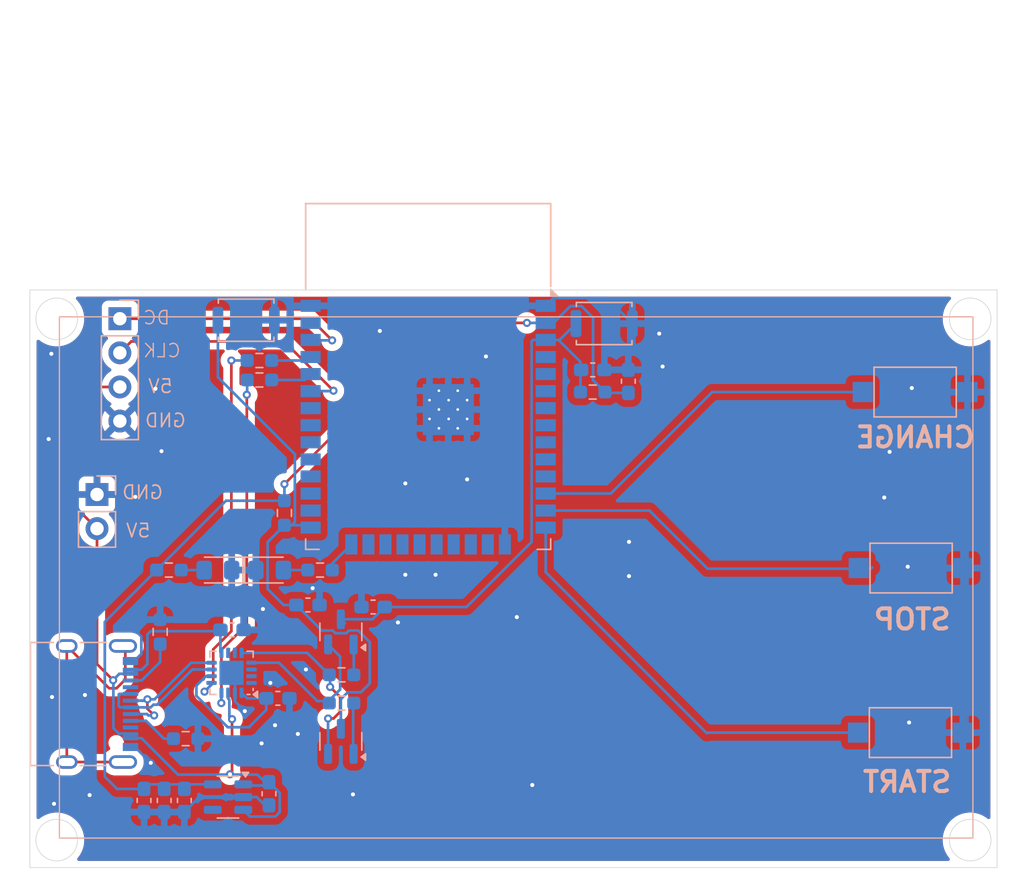
<source format=kicad_pcb>
(kicad_pcb (version 20241229) (generator "pcbnew") (generator_version "9.0")
  (layers (0 "F.Cu" signal) (2 "B.Cu" signal) (13 "F.Paste" user) (15 "B.Paste" user) (5 "F.SilkS" user "F.Silkscreen") (7 "B.SilkS" user "B.Silkscreen") (1 "F.Mask" user) (3 "B.Mask" user) (25 "Edge.Cuts" user))
  (net 0 "")
  (net 1 "GND")
  (net 2 "/VDD33")
  (net 3 "/VDD5V")
  (net 4 "/3V3")
  (net 5 "/#EN")
  (net 6 "/IO0")
  (net 7 "Net-(D5-A)")
  (net 8 "Net-(D6-A)")
  (net 9 "/IO22")
  (net 10 "/IO21")
  (net 11 "unconnected-(J4-SHIELD-PadS1)")
  (net 12 "/DP-C")
  (net 14 "Net-(J4-CC1)")
  (net 16 "/DM-C")
  (net 17 "Net-(J4-CC2)")
  (net 18 "/RTS")
  (net 19 "Net-(Q2-B)")
  (net 20 "Net-(Q3-B)")
  (net 21 "/DTR")
  (net 22 "/IO2")
  (net 23 "Net-(U2-TXD)")
  (net 24 "/RX")
  (net 25 "/TX")
  (net 26 "Net-(U2-RXD)")
  (net 27 "/IO12")
  (net 28 "/IO27")
  (net 29 "/IO14")
  (net 30 "/IO16")
  (net 32 "/IO34")
  (net 33 "/SVP")
  (net 35 "/IO26")
  (net 36 "/IO18")
  (net 37 "/IO19")
  (net 38 "/IO17")
  (net 40 "/IO33")
  (net 41 "/IO13")
  (net 42 "/IO32")
  (net 44 "/IO25")
  (net 45 "/IO4")
  (net 47 "/IO15")
  (net 48 "/IO23")
  (net 49 "/IO5")
  (net 50 "/IO35")
  (net 52 "/SVN")
  (footprint "LED_SMD:LED_0805_2012Metric_Pad1.15x1.40mm_HandSolder" (layer "B.Cu") (at 62.35 45.1)
    (property "Reference" "D6" (hide yes))
    (property "Value" "LED")
  )
  (footprint "Package_TO_SOT_SMD:SOT-23" (layer "B.Cu") (at 67.65 49.7 90)
    (property "Reference" "Q2" (hide yes))
    (property "Value" "SS8050")
  )
  (footprint "Connector_USB:USB_C_Receptacle_XKB_U262-16XN-4BVC11" (layer "B.Cu") (at 48.325 55.07 90)
    (property "Reference" "J4" (hide yes))
    (property "Value" "USB_C_Receptacle_USB2.0_16P")
  )
  (footprint "Capacitor_SMD:C_0603_1608Metric_Pad1.08x0.95mm_HandSolder" (layer "B.Cu") (at 65.2 47.7)
    (property "Reference" "C19" (hide yes))
    (property "Value" "4.7uF")
  )
  (footprint "Resistor_SMD:R_0603_1608Metric_Pad0.98x0.95mm_HandSolder" (layer "B.Cu") (at 63.45 40.85 -90)
    (property "Reference" "R4" (hide yes))
    (property "Value" "10K")
  )
  (footprint "Capacitor_SMD:C_0603_1608Metric_Pad1.08x0.95mm_HandSolder" (layer "B.Cu") (at 62.3 61.75 90)
    (property "Reference" "C4" (hide yes))
    (property "Value" "10uF")
  )
  (footprint "Button_Switch_SMD:SW_SPST_CK_RS282G05A3" (layer "B.Cu") (at 110.4 31.85)
    (property "Reference" "SW2" (hide yes))
    (property "Value" "SW_Push")
  )
  (footprint "Capacitor_SMD:C_0603_1608Metric_Pad1.08x0.95mm_HandSolder" (layer "B.Cu") (at 54.5 62.25 90)
    (property "Reference" "C2" (hide yes))
    (property "Value" "0.1")
  )
  (footprint "Package_TO_SOT_SMD:SOT-23" (layer "B.Cu") (at 67.65 57.85 90)
    (property "Reference" "Q3" (hide yes))
    (property "Value" "SS8050")
  )
  (footprint "Connector_PinHeader_2.54mm:PinHeader_1x02_P2.54mm_Vertical" (layer "B.Cu") (at 49.5 39.475 180)
    (property "Reference" "J2" (hide yes))
    (property "Value" "Conn_01x02_Pin")
  )
  (footprint "Button_Switch_SMD:SW_Push_SPST_NO_Alps_SKRK" (layer "B.Cu") (at 87.25 26.75)
    (property "Reference" "SW3" (hide yes))
    (property "Value" "SW_Push")
  )
  (footprint "Resistor_SMD:R_0603_1608Metric_Pad0.98x0.95mm_HandSolder" (layer "B.Cu") (at 54.85 45.1)
    (property "Reference" "R2" (hide yes))
    (property "Value" "2.2k")
  )
  (footprint "Resistor_SMD:R_0603_1608Metric_Pad0.98x0.95mm_HandSolder" (layer "B.Cu") (at 86.4 31.85 180)
    (property "Reference" "R3" (hide yes))
    (property "Value" "10K")
  )
  (footprint "Capacitor_SMD:C_0603_1608Metric_Pad1.08x0.95mm_HandSolder" (layer "B.Cu") (at 70.05 47.85 180)
    (property "Reference" "C17" (hide yes))
    (property "Value" "4.7uf")
  )
  (footprint "LED_SMD:LED_0805_2012Metric_Pad1.15x1.40mm_HandSolder" (layer "B.Cu") (at 58.5 45.1 180)
    (property "Reference" "D5" (hide yes))
    (property "Value" "LED")
  )
  (footprint "Connector_PinHeader_2.54mm:PinHeader_1x04_P2.54mm_Vertical" (layer "B.Cu") (at 51.2 26.39 180)
    (property "Reference" "J1" (hide yes))
    (property "Value" "Conn_01x04_Pin")
  )
  (footprint "Resistor_SMD:R_0603_1608Metric_Pad0.98x0.95mm_HandSolder" (layer "B.Cu") (at 54.2 49.7 -90)
    (property "Reference" "R16" (hide yes))
    (property "Value" "5.1K")
  )
  (footprint "Button_Switch_SMD:SW_SPST_CK_RS282G05A3" (layer "B.Cu") (at 110.1 44.95)
    (property "Reference" "SW5" (hide yes))
    (property "Value" "SW_Push")
  )
  (footprint "Resistor_SMD:R_0603_1608Metric_Pad0.98x0.95mm_HandSolder" (layer "B.Cu") (at 56.1 57.65 180)
    (property "Reference" "R17" (hide yes))
    (property "Value" "5.1K")
  )
  (footprint "Capacitor_SMD:C_0603_1608Metric_Pad1.08x0.95mm_HandSolder" (layer "B.Cu") (at 62.9625 54.65)
    (property "Reference" "C15" (hide yes))
    (property "Value" "1uF")
  )
  (footprint "RF_Module:ESP32-WROOM-32D" (layer "B.Cu") (at 74.15 33.68 180)
    (property "Reference" "U1" (hide yes))
    (property "Value" "ESP32-WROOM-32E")
  )
  (footprint "Resistor_SMD:R_0603_1608Metric_Pad0.98x0.95mm_HandSolder" (layer "B.Cu") (at 61.5875 29.5)
    (property "Reference" "R15" (hide yes))
    (property "Value" "0R")
  )
  (footprint "Resistor_SMD:R_0603_1608Metric_Pad0.98x0.95mm_HandSolder" (layer "B.Cu") (at 66.1 45.1 180)
    (property "Reference" "R1" (hide yes))
    (property "Value" "1k")
  )
  (footprint "Package_DFN_QFN:WCH_QFN-16-1EP_3x3mm_P0.5mm_EP1.8x1.8mm" (layer "B.Cu") (at 59.5125 52.75 90)
    (property "Reference" "U2" (hide yes))
    (property "Value" "CH343P")
  )
  (footprint "Capacitor_SMD:C_0603_1608Metric_Pad1.08x0.95mm_HandSolder" (layer "B.Cu") (at 89.05 31.05 -90)
    (property "Reference" "C22" (hide yes))
    (property "Value" "47uF")
  )
  (footprint "Resistor_SMD:R_0603_1608Metric_Pad0.98x0.95mm_HandSolder" (layer "B.Cu") (at 67.7 55 180)
    (property "Reference" "R14" (hide yes))
    (property "Value" "10K")
  )
  (footprint "Package_TO_SOT_SMD:SOT-23-5" (layer "B.Cu") (at 59.25 62 180)
    (property "Reference" "U4" (hide yes))
    (property "Value" "ME6217C33M5G")
  )
  (footprint "Capacitor_SMD:C_0603_1608Metric_Pad1.08x0.95mm_HandSolder" (layer "B.Cu") (at 53 62.25 90)
    (property "Reference" "C23" (hide yes))
    (property "Value" "10uF")
  )
  (footprint "Button_Switch_SMD:SW_Push_SPST_NO_Alps_SKRK" (layer "B.Cu") (at 60.6 26.5)
    (property "Reference" "SW4" (hide yes))
    (property "Value" "SW_Push")
  )
  (footprint "Resistor_SMD:R_0603_1608Metric_Pad0.98x0.95mm_HandSolder" (layer "B.Cu") (at 67.7 52.9 180)
    (property "Reference" "R13" (hide yes))
    (property "Value" "10K")
  )
  (footprint "Button_Switch_SMD:SW_SPST_CK_RS282G05A3" (layer "B.Cu") (at 110.05 57.2)
    (property "Reference" "SW1" (hide yes))
    (property "Value" "SW_Push")
  )
  (footprint "Capacitor_SMD:C_0603_1608Metric_Pad1.08x0.95mm_HandSolder" (layer "B.Cu") (at 86.4 30.2 180)
    (property "Reference" "C18" (hide yes))
    (property "Value" "104")
  )
  (footprint "Capacitor_SMD:C_0603_1608Metric_Pad1.08x0.95mm_HandSolder" (layer "B.Cu") (at 59.55 49.55)
    (property "Reference" "C14" (hide yes))
    (property "Value" "10uF")
  )
  (footprint "Resistor_SMD:R_0603_1608Metric_Pad0.98x0.95mm_HandSolder" (layer "B.Cu") (at 61.5875 30.95)
    (property "Reference" "R12" (hide yes))
    (property "Value" "0R")
  )
  (footprint "Capacitor_SMD:C_0603_1608Metric_Pad1.08x0.95mm_HandSolder" (layer "B.Cu") (at 56 62.25 90)
    (property "Reference" "C1" (hide yes))
    (property "Value" "0.1")
  )
  (gr_rect (start 46.7 26.25) (end 114.7 65.05) (stroke (width 0.1)) (fill no) (layer "B.SilkS"))
  (gr_circle (center 114.5 65.2) (end 116.05 65.2) (stroke (width 0.05)) (fill no) (layer "Edge.Cuts"))
  (gr_circle (center 114.5 26.4) (end 116.05 26.4) (stroke (width 0.05)) (fill no) (layer "Edge.Cuts"))
  (gr_circle (center 46.5 26.4) (end 48.05 26.4) (stroke (width 0.05)) (fill no) (layer "Edge.Cuts"))
  (gr_circle (center 46.5 65.2) (end 48.05 65.2) (stroke (width 0.05)) (fill no) (layer "Edge.Cuts"))
  (gr_rect (start 44.5 24.25) (end 116.5 67.25) (stroke (width 0.05)) (fill no) (layer "Edge.Cuts"))
  (gr_text "CLK" (at 55.8 29.35 0) (layer "B.SilkS") (effects (font (size 1 1) (thickness 0.1)) (justify left bottom mirror)))
  (gr_text "GND\n" (at 54.5 39.9 0) (layer "B.SilkS") (effects (font (size 1 1) (thickness 0.125)) (justify left bottom mirror)))
  (gr_text "GND\n" (at 56.2 34.55 0) (layer "B.SilkS") (effects (font (size 1 1) (thickness 0.125)) (justify left bottom mirror)))
  (gr_text "CHANGE" (at 115 36.1 0) (layer "B.SilkS") (effects (font (size 1.5 1.5) (thickness 0.3) (bold yes)) (justify left bottom mirror)))
  (gr_text "5V" (at 55.2 32 0) (layer "B.SilkS") (effects (font (size 1 1) (thickness 0.125)) (justify left bottom mirror)))
  (gr_text "START" (at 113.25 61.75 0) (layer "B.SilkS") (effects (font (size 1.5 1.5) (thickness 0.3) (bold yes)) (justify left bottom mirror)))
  (gr_text "STOP" (at 113.2 49.65 0) (layer "B.SilkS") (effects (font (size 1.5 1.5) (thickness 0.3) (bold yes)) (justify left bottom mirror)))
  (gr_text "DC" (at 55 26.9 0) (layer "B.SilkS") (effects (font (size 1 1) (thickness 0.1)) (justify left bottom mirror)))
  (gr_text "5V" (at 53.55 42.75 0) (layer "B.SilkS") (effects (font (size 1 1) (thickness 0.125)) (justify left bottom mirror)))
  (via (at 46.1 29) (size 0.6) (drill 0.3) (layers "F.Cu" "B.Cu") (net 1))
  (via (at 72.45 45.45) (size 0.6) (drill 0.3) (layers "F.Cu" "B.Cu") (net 1))
  (via (at 89.1 45.55) (size 0.6) (drill 0.3) (layers "F.Cu" "B.Cu") (net 1))
  (via (at 48.6 54.4) (size 0.6) (drill 0.3) (layers "F.Cu" "B.Cu") (net 1))
  (via (at 110.15 31.55) (size 0.6) (drill 0.3) (layers "F.Cu" "B.Cu") (net 1))
  (via (at 72.45 38.65) (size 0.6) (drill 0.3) (layers "F.Cu" "B.Cu") (net 1))
  (via (at 61.75 58) (size 0.6) (drill 0.3) (layers "F.Cu" "B.Cu") (net 1))
  (via (at 71.9 49) (size 0.6) (drill 0.3) (layers "F.Cu" "B.Cu") (net 1))
  (via (at 46.15 54.55) (size 0.6) (drill 0.3) (layers "F.Cu" "B.Cu") (net 1))
  (via (at 61.85 48) (size 0.6) (drill 0.3) (layers "F.Cu" "B.Cu") (net 1))
  (via (at 108.5 36.3) (size 0.6) (drill 0.3) (layers "F.Cu" "B.Cu") (net 1))
  (via (at 74.7 45.45) (size 0.6) (drill 0.3) (layers "F.Cu" "B.Cu") (net 1))
  (via (at 108.1 39.7) (size 0.6) (drill 0.3) (layers "F.Cu" "B.Cu") (net 1))
  (via (at 68.55 61.8) (size 0.6) (drill 0.3) (layers "F.Cu" "B.Cu") (net 1))
  (via (at 45.9 35.35) (size 0.6) (drill 0.3) (layers "F.Cu" "B.Cu") (net 1))
  (via (at 62.75 56.65) (size 0.6) (drill 0.3) (layers "F.Cu" "B.Cu") (net 1))
  (via (at 60.5 55.6) (size 0.6) (drill 0.3) (layers "F.Cu" "B.Cu") (net 1))
  (via (at 78.45 29.2) (size 0.6) (drill 0.3) (layers "F.Cu" "B.Cu") (net 1))
  (via (at 48.95 61.85) (size 0.6) (drill 0.3) (layers "F.Cu" "B.Cu") (net 1))
  (via (at 65.55 46.45) (size 0.6) (drill 0.3) (layers "F.Cu" "B.Cu") (net 1))
  (via (at 70.55 27.3) (size 0.6) (drill 0.3) (layers "F.Cu" "B.Cu") (net 1))
  (via (at 52.35 39.65) (size 0.6) (drill 0.3) (layers "F.Cu" "B.Cu") (net 1))
  (via (at 46.3 62.5) (size 0.6) (drill 0.3) (layers "F.Cu" "B.Cu") (net 1))
  (via (at 109.85 44.85) (size 0.6) (drill 0.3) (layers "F.Cu" "B.Cu") (net 1))
  (via (at 64.45 57.3) (size 0.6) (drill 0.3) (layers "F.Cu" "B.Cu") (net 1))
  (via (at 53.85 31.6) (size 0.6) (drill 0.3) (layers "F.Cu" "B.Cu") (net 1))
  (via (at 54.3 36.25) (size 0.6) (drill 0.3) (layers "F.Cu" "B.Cu") (net 1))
  (via (at 91.6 29.95) (size 0.6) (drill 0.3) (layers "F.Cu" "B.Cu") (net 1))
  (via (at 62.4 53.5) (size 0.6) (drill 0.3) (layers "F.Cu" "B.Cu") (net 1))
  (via (at 65.05 52.5) (size 0.6) (drill 0.3) (layers "F.Cu" "B.Cu") (net 1))
  (via (at 81.9 61.1) (size 0.6) (drill 0.3) (layers "F.Cu" "B.Cu") (net 1))
  (via (at 89.1 43) (size 0.6) (drill 0.3) (layers "F.Cu" "B.Cu") (net 1))
  (via (at 77.05 38.35) (size 0.6) (drill 0.3) (layers "F.Cu" "B.Cu") (net 1))
  (via (at 80.75 48.6) (size 0.6) (drill 0.3) (layers "F.Cu" "B.Cu") (net 1))
  (via (at 53.5 59.45) (size 0.6) (drill 0.3) (layers "F.Cu" "B.Cu") (net 1))
  (via (at 109.95 56.45) (size 0.6) (drill 0.3) (layers "F.Cu" "B.Cu") (net 1))
  (via (at 91.35 27.5) (size 0.6) (drill 0.3) (layers "F.Cu" "B.Cu") (net 1))
  (segment (start 57.1125 62) (end 60.3875 62) (width 0.2) (layer "B.Cu") (net 1))
  (segment (start 56 63.1125) (end 57.1125 62) (width 0.2) (layer "B.Cu") (net 1))
  (segment (start 52.42 51.72) (end 52.8 51.34) (width 0.2) (layer "B.Cu") (net 1))
  (segment (start 113.95 57.5) (end 114.25 57.8) (width 0.2) (layer "B.Cu") (net 1))
  (segment (start 53 63.1125) (end 56 63.1125) (width 0.2) (layer "B.Cu") (net 1))
  (segment (start 114.3 57.75) (end 114.3 31.85) (width 0.2) (layer "B.Cu") (net 1))
  (segment (start 51.995 51.72) (end 52.42 51.72) (width 0.2) (layer "B.Cu") (net 1))
  (segment (start 83.479 24.851) (end 82.9 25.43) (width 0.2) (layer "B.Cu") (net 1))
  (segment (start 89.05 27.05) (end 89.35 26.75) (width 0.2) (layer "B.Cu") (net 1))
  (segment (start 113.95 57.2) (end 113.95 57.5) (width 0.2) (layer "B.Cu") (net 1))
  (segment (start 59.7625 54.8625) (end 60.5 55.6) (width 0.2) (layer "B.Cu") (net 1))
  (segment (start 87.451 24.851) (end 83.479 24.851) (width 0.2) (layer "B.Cu") (net 1))
  (segment (start 52.8 51.34) (end 52.8 50.05) (width 0.2) (layer "B.Cu") (net 1))
  (segment (start 52.8 50.05) (end 52.5 49.75) (width 0.2) (layer "B.Cu") (net 1))
  (segment (start 87.2625 30.2) (end 89.0375 30.2) (width 0.2) (layer "B.Cu") (net 1))
  (segment (start 61.325 45.1) (end 59.525 45.1) (width 0.2) (layer "B.Cu") (net 1))
  (segment (start 89.05 30.1875) (end 89.05 27.05) (width 0.2) (layer "B.Cu") (net 1))
  (segment (start 89.0375 30.2) (end 89.05 30.1875) (width 0.2) (layer "B.Cu") (net 1))
  (segment (start 60.3875 62) (end 61.3875 62) (width 0.2) (layer "B.Cu") (net 1))
  (segment (start 59.7625 54.2375) (end 59.7625 53) (width 0.2) (layer "B.Cu") (net 1))
  (segment (start 59.7625 53) (end 59.5125 52.75) (width 0.2) (layer "B.Cu") (net 1))
  (segment (start 51.995 58.42) (end 52.47 58.42) (width 0.2) (layer "B.Cu") (net 1))
  (segment (start 59.7625 54.2375) (end 59.7625 54.595457) (width 0.2) (layer "B.Cu") (net 1))
  (segment (start 52.47 58.42) (end 53.5 59.45) (width 0.2) (layer "B.Cu") (net 1))
  (segment (start 59.7625 54.2375) (end 59.7625 54.8625) (width 0.2) (layer "B.Cu") (net 1))
  (segment (start 61.3875 62) (end 62.25 62.8625) (width 0.2) (layer "B.Cu") (net 1))
  (segment (start 65.4 25.43) (end 82.9 25.43) (width 0.2) (layer "B.Cu") (net 1))
  (segment (start 59.7625 54.595457) (end 59.808522 54.641479) (width 0.2) (layer "B.Cu") (net 1))
  (segment (start 114.25 57.8) (end 114.3 57.75) (width 0.2) (layer "B.Cu") (net 1))
  (segment (start 89.35 26.75) (end 87.451 24.851) (width 0.2) (layer "B.Cu") (net 1))
  (segment (start 63.45 38.7) (end 75.45 26.7) (width 0.2) (layer "F.Cu") (net 2))
  (segment (start 75.45 26.7) (end 81.5 26.7) (width 0.2) (layer "F.Cu") (net 2))
  (segment (start 81.65 26.7) (end 81.5 26.7) (width 0.2) (layer "F.Cu") (net 2))
  (via (at 63.45 38.7) (size 0.6) (drill 0.3) (layers "F.Cu" "B.Cu") (net 2))
  (via (at 81.5 26.7) (size 0.6) (drill 0.3) (layers "F.Cu" "B.Cu") (net 2))
  (segment (start 84.736936 25.449) (end 85.563064 25.449) (width 0.2) (layer "B.Cu") (net 2))
  (segment (start 53.9375 45.1) (end 50.079 48.9585) (width 0.2) (layer "B.Cu") (net 2))
  (segment (start 83.485936 26.7) (end 84.736936 25.449) (width 0.2) (layer "B.Cu") (net 2))
  (segment (start 63.45 39.9375) (end 59.1 39.9375) (width 0.2) (layer "B.Cu") (net 2))
  (segment (start 63.4 38.65) (end 63.45 38.7) (width 0.2) (layer "B.Cu") (net 2))
  (segment (start 50.9875 61.3875) (end 53 61.3875) (width 0.2) (layer "B.Cu") (net 2))
  (segment (start 50.079 48.9585) (end 50.079 60.479) (width 0.2) (layer "B.Cu") (net 2))
  (segment (start 50.079 60.479) (end 50.9875 61.3875) (width 0.2) (layer "B.Cu") (net 2))
  (segment (start 58.1125 61.05) (end 53.3375 61.05) (width 0.2) (layer "B.Cu") (net 2))
  (segment (start 87.375 31.9125) (end 87.3125 31.85) (width 0.2) (layer "B.Cu") (net 2))
  (segment (start 89.05 31.9125) (end 87.375 31.9125) (width 0.2) (layer "B.Cu") (net 2))
  (segment (start 82.9 26.7) (end 83.485936 26.7) (width 0.2) (layer "B.Cu") (net 2))
  (segment (start 63.45 39.9375) (end 63.45 38.7) (width 0.2) (layer "B.Cu") (net 2))
  (segment (start 86.424 26.309936) (end 86.424 30.9615) (width 0.2) (layer "B.Cu") (net 2))
  (segment (start 59.1 39.9375) (end 53.9375 45.1) (width 0.2) (layer "B.Cu") (net 2))
  (segment (start 85.563064 25.449) (end 86.424 26.309936) (width 0.2) (layer "B.Cu") (net 2))
  (segment (start 53.3375 61.05) (end 53 61.3875) (width 0.2) (layer "B.Cu") (net 2))
  (segment (start 81.5 26.7) (end 82.9 26.7) (width 0.2) (layer "B.Cu") (net 2))
  (segment (start 86.424 30.9615) (end 87.3125 31.85) (width 0.2) (layer "B.Cu") (net 2))
  (segment (start 49.5 52.1) (end 50.7 53.3) (width 0.2) (layer "F.Cu") (net 3))
  (segment (start 47.85 32.69) (end 47.85 40.365) (width 0.2) (layer "F.Cu") (net 3))
  (segment (start 59.4 60.3) (end 59.35 60.35) (width 0.2) (layer "F.Cu") (net 3))
  (segment (start 59.55 60.15) (end 59.4 60.3) (width 0.2) (layer "F.Cu") (net 3))
  (segment (start 49.5 42.015) (end 49.5 52.1) (width 0.2) (layer "F.Cu") (net 3))
  (segment (start 59.55 56.2) (end 59.55 60.15) (width 0.2) (layer "F.Cu") (net 3))
  (segment (start 47.85 40.365) (end 49.5 42.015) (width 0.2) (layer "F.Cu") (net 3))
  (segment (start 51.2 31.47) (end 49.07 31.47) (width 0.2) (layer "F.Cu") (net 3))
  (segment (start 49.07 31.47) (end 47.85 32.69) (width 0.2) (layer "F.Cu") (net 3))
  (via (at 59.4 60.3) (size 0.6) (drill 0.3) (layers "F.Cu" "B.Cu") (net 3))
  (via (at 50.7 53.3) (size 0.6) (drill 0.3) (layers "F.Cu" "B.Cu") (net 3))
  (via (at 59.55 56.2) (size 0.6) (drill 0.3) (layers "F.Cu" "B.Cu") (net 3))
  (segment (start 52.822 52.52) (end 51.995 52.52) (width 0.2) (layer "B.Cu") (net 3))
  (segment (start 58.6875 51.1875) (end 58.7625 51.2625) (width 0.2) (layer "B.Cu") (net 3))
  (segment (start 59.2625 54.658824) (end 59.2625 54.2375) (width 0.2) (layer "B.Cu") (net 3))
  (segment (start 51.168 52.82) (end 50.718 53.27) (width 0.2) (layer "B.Cu") (net 3))
  (segment (start 53.25 52.092) (end 52.822 52.52) (width 0.2) (layer "B.Cu") (net 3))
  (segment (start 50.718 53.27) (end 50.718 56.87) (width 0.2) (layer "B.Cu") (net 3))
  (segment (start 51.646 57.271) (end 51.995 57.62) (width 0.2) (layer "B.Cu") (net 3))
  (segment (start 63.1 63.118134) (end 63.1 61.6875) (width 0.2) (layer "B.Cu") (net 3))
  (segment (start 53.5 49.65) (end 53.25 49.9) (width 0.2) (layer "B.Cu") (net 3))
  (segment (start 59.35 56) (end 59.35 54.750057) (width 0.2) (layer "B.Cu") (net 3))
  (segment (start 59.35 54.750057) (end 59.2625 54.662557) (width 0.2) (layer "B.Cu") (net 3))
  (segment (start 59.2625 54.662557) (end 59.2625 54.2375) (width 0.2) (layer "B.Cu") (net 3))
  (segment (start 51.995 52.82) (end 51.168 52.82) (width 0.2) (layer "B.Cu") (net 3))
  (segment (start 61.4385 60.326) (end 62.25 61.1375) (width 0.2) (layer "B.Cu") (net 3))
  (segment (start 51.995 57.62) (end 52.822 57.62) (width 0.2) (layer "B.Cu") (net 3))
  (segment (start 60.475 61.1375) (end 60.3875 61.05) (width 0.2) (layer "B.Cu") (net 3))
  (segment (start 62.25 61.1375) (end 60.475 61.1375) (width 0.2) (layer "B.Cu") (net 3))
  (segment (start 58.5875 49.65) (end 53.5 49.65) (width 0.2) (layer "B.Cu") (net 3))
  (segment (start 58.6875 49.55) (end 58.6875 51.1875) (width 0.2) (layer "B.Cu") (net 3))
  (segment (start 55.528 60.326) (end 61.4385 60.326) (width 0.2) (layer "B.Cu") (net 3))
  (segment (start 62.767134 63.451) (end 63.1 63.118134) (width 0.2) (layer "B.Cu") (net 3))
  (segment (start 60.8885 63.451) (end 62.767134 63.451) (width 0.2) (layer "B.Cu") (net 3))
  (segment (start 51.119 57.271) (end 51.646 57.271) (width 0.2) (layer "B.Cu") (net 3))
  (segment (start 53.25 49.9) (end 53.25 52.092) (width 0.2) (layer "B.Cu") (net 3))
  (segment (start 50.718 56.87) (end 51.119 57.271) (width 0.2) (layer "B.Cu") (net 3))
  (segment (start 60.3875 61.05) (end 60.576 60.8615) (width 0.2) (layer "B.Cu") (net 3))
  (segment (start 63.1 61.6875) (end 62.3 60.8875) (width 0.2) (layer "B.Cu") (net 3))
  (segment (start 52.822 57.62) (end 55.528 60.326) (width 0.2) (layer "B.Cu") (net 3))
  (segment (start 58.6875 49.55) (end 58.5875 49.65) (width 0.2) (layer "B.Cu") (net 3))
  (segment (start 60.3875 62.95) (end 60.8885 63.451) (width 0.2) (layer "B.Cu") (net 3))
  (segment (start 59.55 56.2) (end 59.35 56) (width 0.2) (layer "B.Cu") (net 3))
  (segment (start 56.899 54.467134) (end 56.899 53.704676) (width 0.2) (layer "B.Cu") (net 4))
  (segment (start 59.231866 56.8) (end 56.899 54.467134) (width 0.2) (layer "B.Cu") (net 4))
  (segment (start 62.1 55.5) (end 62.1 54.65) (width 0.2) (layer "B.Cu") (net 4))
  (segment (start 62.1 54.65) (end 60.675 54.65) (width 0.2) (layer "B.Cu") (net 4))
  (segment (start 60.85 56.8) (end 60.85 56.75) (width 0.2) (layer "B.Cu") (net 4))
  (segment (start 57.603676 53) (end 58.025 53) (width 0.2) (layer "B.Cu") (net 4))
  (segment (start 60.85 56.8) (end 59.231866 56.8) (width 0.2) (layer "B.Cu") (net 4))
  (segment (start 56.899 53.704676) (end 57.603676 53) (width 0.2) (layer "B.Cu") (net 4))
  (segment (start 60.675 54.65) (end 60.2625 54.2375) (width 0.2) (layer "B.Cu") (net 4))
  (segment (start 60.85 56.75) (end 62.1 55.5) (width 0.2) (layer "B.Cu") (net 4))
  (segment (start 81.849 28.071) (end 81.95 27.97) (width 0.2) (layer "B.Cu") (net 5))
  (segment (start 82.9 27.97) (end 83.85 27.97) (width 0.2) (layer "B.Cu") (net 5))
  (segment (start 81.95 27.97) (end 82.9 27.97) (width 0.2) (layer "B.Cu") (net 5))
  (segment (start 83.85 27.97) (end 85.4875 29.6075) (width 0.2) (layer "B.Cu") (net 5))
  (segment (start 81.849 43.003) (end 81.849 28.071) (width 0.2) (layer "B.Cu") (net 5))
  (segment (start 67.65 48.7625) (end 70 48.7625) (width 0.2) (layer "B.Cu") (net 5))
  (segment (start 85.4875 29.6075) (end 85.4875 31.85) (width 0.2) (layer "B.Cu") (net 5))
  (segment (start 67.65 48.7625) (end 67.95 49.0625) (width 0.2) (layer "B.Cu") (net 5))
  (segment (start 70.9125 47.85) (end 77.002 47.85) (width 0.2) (layer "B.Cu") (net 5))
  (segment (start 70 48.7625) (end 70.9125 47.85) (width 0.2) (layer "B.Cu") (net 5))
  (segment (start 77.002 47.85) (end 81.849 43.003) (width 0.2) (layer "B.Cu") (net 5))
  (segment (start 85.15 26.75) (end 83.93 27.97) (width 0.2) (layer "B.Cu") (net 5))
  (segment (start 83.93 27.97) (end 82.9 27.97) (width 0.2) (layer "B.Cu") (net 5))
  (segment (start 63.45 41.7625) (end 65.2225 41.7625) (width 0.2) (layer "B.Cu") (net 6))
  (segment (start 67.242968 49.801) (end 68.057032 49.801) (width 0.2) (layer "B.Cu") (net 6))
  (segment (start 65.2225 41.7625) (end 65.4 41.94) (width 0.2) (layer "B.Cu") (net 6))
  (segment (start 63.3875 47.7) (end 63.09375 47.40625) (width 0.2) (layer "B.Cu") (net 6))
  (segment (start 67.040968 49.599) (end 67.242968 49.801) (width 0.2) (layer "B.Cu") (net 6))
  (segment (start 62.2 43.0125) (end 62.2 46.5125) (width 0.2) (layer "B.Cu") (net 6))
  (segment (start 68.940968 49.599) (end 69.802 50.460032) (width 0.2) (layer "B.Cu") (net 6))
  (segment (start 64.226 36.475943) (end 64.226 41.524) (width 0.2) (layer "B.Cu") (net 6))
  (segment (start 68.259032 49.599) (end 68.940968 49.599) (width 0.2) (layer "B.Cu") (net 6))
  (segment (start 69.135234 54.2) (end 68.156866 54.2) (width 0.2) (layer "B.Cu") (net 6))
  (segment (start 58.5 30.749943) (end 58.5 26.5) (width 0.2) (layer "B.Cu") (net 6))
  (segment (start 68.156866 54.2) (end 67.65 54.706866) (width 0.2) (layer "B.Cu") (net 6))
  (segment (start 62.2 46.5125) (end 63.09375 47.40625) (width 0.2) (layer "B.Cu") (net 6))
  (segment (start 63.9875 41.7625) (end 63.45 41.7625) (width 0.2) (layer "B.Cu") (net 6))
  (segment (start 64.3375 47.7) (end 63.3875 47.7) (width 0.2) (layer "B.Cu") (net 6))
  (segment (start 64.226 36.475943) (end 58.5 30.749943) (width 0.2) (layer "B.Cu") (net 6))
  (segment (start 63.45 41.7625) (end 62.2 43.0125) (width 0.2) (layer "B.Cu") (net 6))
  (segment (start 69.802 50.460032) (end 69.802 53.533234) (width 0.2) (layer "B.Cu") (net 6))
  (segment (start 69.802 53.533234) (end 69.135234 54.2) (width 0.2) (layer "B.Cu") (net 6))
  (segment (start 68.057032 49.801) (end 68.259032 49.599) (width 0.2) (layer "B.Cu") (net 6))
  (segment (start 67.65 54.706866) (end 67.65 56.9125) (width 0.2) (layer "B.Cu") (net 6))
  (segment (start 64.226 41.524) (end 63.9875 41.7625) (width 0.2) (layer "B.Cu") (net 6))
  (segment (start 64.3375 47.7) (end 66.2365 49.599) (width 0.2) (layer "B.Cu") (net 6))
  (segment (start 66.2365 49.599) (end 67.040968 49.599) (width 0.2) (layer "B.Cu") (net 6))
  (segment (start 57.475 45.1) (end 55.7625 45.1) (width 0.2) (layer "B.Cu") (net 7))
  (segment (start 65.1875 45.1) (end 63.375 45.1) (width 0.2) (layer "B.Cu") (net 8))
  (segment (start 65.46 26.46) (end 67 28) (width 0.2) (layer "F.Cu") (net 9))
  (segment (start 65.39 26.39) (end 65.46 26.46) (width 0.2) (layer "F.Cu") (net 9))
  (segment (start 67 28) (end 67.15 28) (width 0.2) (layer "F.Cu") (net 9))
  (segment (start 51.2 26.39) (end 65.39 26.39) (width 0.2) (layer "F.Cu") (net 9))
  (via (at 67 28) (size 0.6) (drill 0.3) (layers "F.Cu" "B.Cu") (net 9))
  (segment (start 67 28) (end 65.43 28) (width 0.2) (layer "B.Cu") (net 9))
  (segment (start 65.43 28) (end 65.4 27.97) (width 0.2) (layer "B.Cu") (net 9))
  (segment (start 64.28 28.93) (end 67.1 31.75) (width 0.2) (layer "F.Cu") (net 10))
  (segment (start 63.43 28.08) (end 64.28 28.93) (width 0.2) (layer "F.Cu") (net 10))
  (segment (start 52.05 28.08) (end 63.43 28.08) (width 0.2) (layer "F.Cu") (net 10))
  (segment (start 51.2 28.93) (end 52.05 28.08) (width 0.2) (layer "F.Cu") (net 10))
  (via (at 67.1 31.75) (size 0.6) (drill 0.3) (layers "F.Cu" "B.Cu") (net 10))
  (segment (start 65.4 31.78) (end 67.07 31.78) (width 0.2) (layer "B.Cu") (net 10))
  (segment (start 67.07 31.78) (end 67.1 31.75) (width 0.2) (layer "B.Cu") (net 10))
  (segment (start 51.43 50.75) (end 51.606 50.926) (width 0.2) (layer "F.Cu") (net 11))
  (segment (start 50.948943 53.901) (end 50.401 53.901) (width 0.2) (layer "F.Cu") (net 11))
  (segment (start 51.606 53.243943) (end 50.948943 53.901) (width 0.2) (layer "F.Cu") (net 11))
  (segment (start 51.606 50.926) (end 51.606 53.243943) (width 0.2) (layer "F.Cu") (net 11))
  (segment (start 47.25 59.39) (end 47.25 50.75) (width 0.2) (layer "F.Cu") (net 11))
  (segment (start 50.401 53.901) (end 47.25 50.75) (width 0.2) (layer "F.Cu") (net 11))
  (segment (start 51.43 59.39) (end 47.25 59.39) (width 0.2) (layer "F.Cu") (net 11))
  (segment (start 53.698943 55.121) (end 53.979 55.121) (width 0.2) (layer "B.Cu") (net 12))
  (segment (start 51.995 55.32) (end 53.000057 55.32) (width 0.2) (layer "B.Cu") (net 12))
  (segment (start 53.979 55.121) (end 56.6 52.5) (width 0.2) (layer "B.Cu") (net 12))
  (segment (start 51.22 55.32) (end 51.995 55.32) (width 0.2) (layer "B.Cu") (net 12))
  (segment (start 56.6 52.5) (end 58.025 52.5) (width 0.2) (layer "B.Cu") (net 12))
  (segment (start 53.498943 55.321) (end 53.698943 55.121) (width 0.2) (layer "B.Cu") (net 12))
  (segment (start 53.000057 55.32) (end 53.001057 55.321) (width 0.2) (layer "B.Cu") (net 12))
  (segment (start 51.995 54.32) (end 51.168 54.32) (width 0.2) (layer "B.Cu") (net 12))
  (segment (start 53.001057 55.321) (end 53.498943 55.321) (width 0.2) (layer "B.Cu") (net 12))
  (segment (start 51.119 54.369) (end 51.119 55.219) (width 0.2) (layer "B.Cu") (net 12))
  (segment (start 51.168 54.32) (end 51.119 54.369) (width 0.2) (layer "B.Cu") (net 12))
  (segment (start 51.119 55.219) (end 51.22 55.32) (width 0.2) (layer "B.Cu") (net 12))
  (segment (start 54.4829 57.65) (end 55.1875 57.65) (width 0.2) (layer "B.Cu") (net 14))
  (segment (start 51.995 56.32) (end 52.822 56.32) (width 0.2) (layer "B.Cu") (net 14))
  (segment (start 53.1529 56.32) (end 54.4829 57.65) (width 0.2) (layer "B.Cu") (net 14))
  (segment (start 51.995 56.32) (end 53.1529 56.32) (width 0.2) (layer "B.Cu") (net 14))
  (segment (start 53.25 55.42) (end 53.75 55.92) (width 0.2) (layer "F.Cu") (net 16))
  (segment (start 53.25 54.72) (end 53.25 55.42) (width 0.2) (layer "F.Cu") (net 16))
  (via (at 53.75 55.92) (size 0.6) (drill 0.3) (layers "F.Cu" "B.Cu") (net 16))
  (via (at 53.25 54.72) (size 0.6) (drill 0.3) (layers "F.Cu" "B.Cu") (net 16))
  (segment (start 53.25 54.72) (end 53.78 54.72) (width 0.2) (layer "B.Cu") (net 16))
  (segment (start 53.15 54.82) (end 52.85 54.82) (width 0.2) (layer "B.Cu") (net 16))
  (segment (start 53.78 54.72) (end 56.5 52) (width 0.2) (layer "B.Cu") (net 16))
  (segment (start 53.22 55.82) (end 51.995 55.82) (width 0.2) (layer "B.Cu") (net 16))
  (segment (start 56.5 52) (end 58.025 52) (width 0.2) (layer "B.Cu") (net 16))
  (segment (start 51.995 54.82) (end 52.85 54.82) (width 0.2) (layer "B.Cu") (net 16))
  (segment (start 53.75 55.92) (end 53.32 55.92) (width 0.2) (layer "B.Cu") (net 16))
  (segment (start 53.25 54.72) (end 53.15 54.82) (width 0.2) (layer "B.Cu") (net 16))
  (segment (start 52.871 54.841) (end 52.85 54.82) (width 0.2) (layer "B.Cu") (net 16))
  (segment (start 53.32 55.92) (end 53.22 55.82) (width 0.2) (layer "B.Cu") (net 16))
  (segment (start 51.995 53.32) (end 52.822 53.32) (width 0.2) (layer "B.Cu") (net 17))
  (segment (start 54.2 51.942) (end 54.2 50.6125) (width 0.2) (layer "B.Cu") (net 17))
  (segment (start 52.822 53.32) (end 54.2 51.942) (width 0.2) (layer "B.Cu") (net 17))
  (segment (start 63.05 52) (end 61 52) (width 0.2) (layer "B.Cu") (net 18))
  (segment (start 65.9 54.85) (end 63.05 52) (width 0.2) (layer "B.Cu") (net 18))
  (segment (start 67.6 51.5375) (end 67.6 53.9875) (width 0.2) (layer "B.Cu") (net 18))
  (segment (start 66.7375 54.85) (end 65.9 54.85) (width 0.2) (layer "B.Cu") (net 18))
  (segment (start 66.7 50.6375) (end 67.6 51.5375) (width 0.2) (layer "B.Cu") (net 18))
  (segment (start 67.6 53.9875) (end 66.7375 54.85) (width 0.2) (layer "B.Cu") (net 18))
  (segment (start 68.6125 50.65) (end 68.6 50.6375) (width 0.2) (layer "B.Cu") (net 19))
  (segment (start 68.6125 52.9) (end 68.6125 50.65) (width 0.2) (layer "B.Cu") (net 19))
  (segment (start 68.5625 54.85) (end 68.5625 58.75) (width 0.2) (layer "B.Cu") (net 20))
  (segment (start 68.5625 58.75) (end 68.6 58.7875) (width 0.2) (layer "B.Cu") (net 20))
  (segment (start 67.1 56.15) (end 66.7 56.15) (width 0.2) (layer "F.Cu") (net 21))
  (segment (start 67.6 54.55) (end 67.6 55.65) (width 0.2) (layer "F.Cu") (net 21))
  (segment (start 66.85 53.8) (end 67.6 54.55) (width 0.2) (layer "F.Cu") (net 21))
  (segment (start 67.6 55.65) (end 67.1 56.15) (width 0.2) (layer "F.Cu") (net 21))
  (via (at 66.85 53.8) (size 0.6) (drill 0.3) (layers "F.Cu" "B.Cu") (net 21))
  (via (at 66.7 56.15) (size 0.6) (drill 0.3) (layers "F.Cu" "B.Cu") (net 21))
  (segment (start 66.85 52.9625) (end 65.15 51.2625) (width 0.2) (layer "B.Cu") (net 21))
  (segment (start 66.7 58.7875) (end 66.7 56.15) (width 0.2) (layer "B.Cu") (net 21))
  (segment (start 66.85 53.8) (end 66.85 52.9625) (width 0.2) (layer "B.Cu") (net 21))
  (segment (start 65.15 51.2625) (end 60.2625 51.2625) (width 0.2) (layer "B.Cu") (net 21))
  (segment (start 67.0125 44.6075) (end 68.43 43.19) (width 0.2) (layer "B.Cu") (net 22))
  (segment (start 67.0125 45.1) (end 67.0125 44.6075) (width 0.2) (layer "B.Cu") (net 22))
  (segment (start 58.75855 51.04145) (end 58.75855 53.85855) (width 0.2) (layer "F.Cu") (net 23))
  (segment (start 58.75 53.8671) (end 58.75 55) (width 0.2) (layer "F.Cu") (net 23))
  (segment (start 60.65 49.15) (end 58.75855 51.04145) (width 0.2) (layer "F.Cu") (net 23))
  (segment (start 60.65 32.05) (end 60.65 49.15) (width 0.2) (layer "F.Cu") (net 23))
  (segment (start 58.75855 53.85855) (end 58.75 53.8671) (width 0.2) (layer "F.Cu") (net 23))
  (segment (start 58.75 55) (end 58.75 55.2) (width 0.2) (layer "F.Cu") (net 23))
  (via (at 58.75 55) (size 0.6) (drill 0.3) (layers "F.Cu" "B.Cu") (net 23))
  (via (at 60.65 32.05) (size 0.6) (drill 0.3) (layers "F.Cu" "B.Cu") (net 23))
  (segment (start 60.675 32.025) (end 60.65 32.05) (width 0.2) (layer "B.Cu") (net 23))
  (segment (start 58.75 54.25) (end 58.7625 54.2375) (width 0.2) (layer "B.Cu") (net 23))
  (segment (start 60.675 30.95) (end 60.675 32.025) (width 0.2) (layer "B.Cu") (net 23))
  (segment (start 58.75 55) (end 58.75 54.25) (width 0.2) (layer "B.Cu") (net 23))
  (segment (start 64.96 30.95) (end 65.4 30.51) (width 0.2) (layer "B.Cu") (net 24))
  (segment (start 62.5 30.95) (end 64.96 30.95) (width 0.2) (layer "B.Cu") (net 24))
  (segment (start 62.5 29.5) (end 65.14 29.5) (width 0.2) (layer "B.Cu") (net 25))
  (segment (start 65.14 29.5) (end 65.4 29.24) (width 0.2) (layer "B.Cu") (net 25))
  (segment (start 59.5 49.65) (end 59.5 29.5) (width 0.2) (layer "F.Cu") (net 26))
  (segment (start 58.15 51) (end 59.5 49.65) (width 0.2) (layer "F.Cu") (net 26))
  (segment (start 58.15 53.5) (end 58.15 51) (width 0.2) (layer "F.Cu") (net 26))
  (segment (start 57.5 54.15) (end 58.15 53.5) (width 0.2) (layer "F.Cu") (net 26))
  (via (at 59.5 29.5) (size 0.6) (drill 0.3) (layers "F.Cu" "B.Cu") (net 26))
  (via (at 57.5 54.15) (size 0.6) (drill 0.3) (layers "F.Cu" "B.Cu") (net 26))
  (segment (start 58.025 53.625) (end 58.025 53.5) (width 0.2) (layer "B.Cu") (net 26))
  (segment (start 60.675 29.5) (end 59.5 29.5) (width 0.2) (layer "B.Cu") (net 26))
  (segment (start 57.5 54.15) (end 58.025 53.625) (width 0.2) (layer "B.Cu") (net 26))
  (segment (start 94.9 57.25) (end 94.95 57.2) (width 0.2) (layer "B.Cu") (net 27))
  (segment (start 94.95 57.2) (end 106.15 57.2) (width 0.2) (layer "B.Cu") (net 27))
  (segment (start 82.9 41.94) (end 82.9 45.25) (width 0.2) (layer "B.Cu") (net 27))
  (segment (start 82.9 45.25) (end 94.9 57.25) (width 0.2) (layer "B.Cu") (net 27))
  (segment (start 87.75 39.4) (end 82.9 39.4) (width 0.2) (layer "B.Cu") (net 28))
  (segment (start 95.3 31.85) (end 87.75 39.4) (width 0.2) (layer "B.Cu") (net 28))
  (segment (start 106.5 31.85) (end 95.3 31.85) (width 0.2) (layer "B.Cu") (net 28))
  (segment (start 94.95 45) (end 107.1 45) (width 0.2) (layer "B.Cu") (net 29))
  (segment (start 90.62 40.67) (end 82.9 40.67) (width 0.2) (layer "B.Cu") (net 29))
  (segment (start 107.1 45) (end 107.2 44.9) (width 0.2) (layer "B.Cu") (net 29))
  (segment (start 94.95 45) (end 90.62 40.67) (width 0.2) (layer "B.Cu") (net 29))
  (zone (net 1) (net_name "GND") (layers "F.Cu" "B.Cu") (connect_pads (clearance 0.5)) (min_thickness 0.25) (fill yes (thermal_gap 0.5) (thermal_bridge_width 0.5))
    (polygon (pts (xy 42.6 22.55) (xy 118.513018 22.257125) (xy 118.083127 68.255435) (xy 42.277787 68.196853)))
  )
)
</source>
